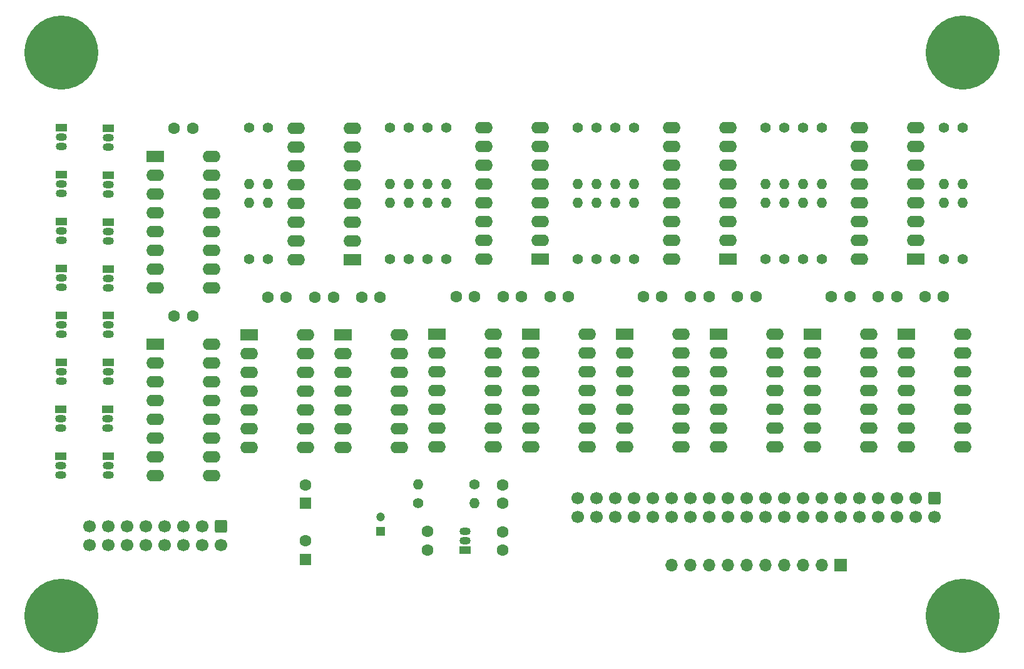
<source format=gbr>
%TF.GenerationSoftware,KiCad,Pcbnew,(6.0.6)*%
%TF.CreationDate,2022-07-31T05:49:08-04:00*%
%TF.ProjectId,calculator_interface,63616c63-756c-4617-946f-725f696e7465,rev?*%
%TF.SameCoordinates,Original*%
%TF.FileFunction,Soldermask,Top*%
%TF.FilePolarity,Negative*%
%FSLAX46Y46*%
G04 Gerber Fmt 4.6, Leading zero omitted, Abs format (unit mm)*
G04 Created by KiCad (PCBNEW (6.0.6)) date 2022-07-31 05:49:08*
%MOMM*%
%LPD*%
G01*
G04 APERTURE LIST*
G04 Aperture macros list*
%AMRoundRect*
0 Rectangle with rounded corners*
0 $1 Rounding radius*
0 $2 $3 $4 $5 $6 $7 $8 $9 X,Y pos of 4 corners*
0 Add a 4 corners polygon primitive as box body*
4,1,4,$2,$3,$4,$5,$6,$7,$8,$9,$2,$3,0*
0 Add four circle primitives for the rounded corners*
1,1,$1+$1,$2,$3*
1,1,$1+$1,$4,$5*
1,1,$1+$1,$6,$7*
1,1,$1+$1,$8,$9*
0 Add four rect primitives between the rounded corners*
20,1,$1+$1,$2,$3,$4,$5,0*
20,1,$1+$1,$4,$5,$6,$7,0*
20,1,$1+$1,$6,$7,$8,$9,0*
20,1,$1+$1,$8,$9,$2,$3,0*%
G04 Aperture macros list end*
%ADD10C,1.400000*%
%ADD11O,1.400000X1.400000*%
%ADD12R,1.600000X1.600000*%
%ADD13C,1.600000*%
%ADD14C,0.900000*%
%ADD15C,10.000000*%
%ADD16R,1.500000X1.050000*%
%ADD17O,1.500000X1.050000*%
%ADD18R,2.400000X1.600000*%
%ADD19O,2.400000X1.600000*%
%ADD20R,1.200000X1.200000*%
%ADD21C,1.200000*%
%ADD22R,1.700000X1.700000*%
%ADD23O,1.700000X1.700000*%
%ADD24RoundRect,0.250000X-0.600000X0.600000X-0.600000X-0.600000X0.600000X-0.600000X0.600000X0.600000X0*%
%ADD25C,1.700000*%
G04 APERTURE END LIST*
D10*
%TO.C,R13*%
X105410000Y-60960000D03*
D11*
X105410000Y-53340000D03*
%TD*%
D12*
%TO.C,C5*%
X66040000Y-93980000D03*
D13*
X66040000Y-91480000D03*
%TD*%
%TO.C,C2*%
X92710000Y-100330000D03*
X92710000Y-97830000D03*
%TD*%
D14*
%TO.C,J4*%
X157591650Y-30368350D03*
X152288350Y-30368350D03*
X151190000Y-33020000D03*
X152288350Y-35671650D03*
X157591650Y-35671650D03*
D15*
X154940000Y-33020000D03*
D14*
X154940000Y-29270000D03*
X154940000Y-36770000D03*
X158690000Y-33020000D03*
%TD*%
D10*
%TO.C,R11*%
X85090000Y-60960000D03*
D11*
X85090000Y-53340000D03*
%TD*%
D16*
%TO.C,Q8*%
X39370000Y-62245000D03*
D17*
X39370000Y-63515000D03*
X39370000Y-64785000D03*
%TD*%
D13*
%TO.C,C20*%
X50800000Y-68595000D03*
X48300000Y-68595000D03*
%TD*%
D18*
%TO.C,U9*%
X109205000Y-71115000D03*
D19*
X109205000Y-73655000D03*
X109205000Y-76195000D03*
X109205000Y-78735000D03*
X109205000Y-81275000D03*
X109205000Y-83815000D03*
X109205000Y-86355000D03*
X116825000Y-86355000D03*
X116825000Y-83815000D03*
X116825000Y-81275000D03*
X116825000Y-78735000D03*
X116825000Y-76195000D03*
X116825000Y-73655000D03*
X116825000Y-71115000D03*
%TD*%
D10*
%TO.C,R33*%
X81280000Y-93980000D03*
D11*
X88900000Y-93980000D03*
%TD*%
D10*
%TO.C,R9*%
X82550000Y-43180000D03*
D11*
X82550000Y-50800000D03*
%TD*%
D20*
%TO.C,C4*%
X76200000Y-97790000D03*
D21*
X76200000Y-95790000D03*
%TD*%
D13*
%TO.C,C3*%
X82550000Y-97790000D03*
X82550000Y-100290000D03*
%TD*%
D10*
%TO.C,R27*%
X135890000Y-60960000D03*
D11*
X135890000Y-53340000D03*
%TD*%
D10*
%TO.C,R23*%
X128270000Y-43180000D03*
D11*
X128270000Y-50800000D03*
%TD*%
D18*
%TO.C,U8*%
X123190000Y-60960000D03*
D19*
X123190000Y-58420000D03*
X123190000Y-55880000D03*
X123190000Y-53340000D03*
X123190000Y-50800000D03*
X123190000Y-48260000D03*
X123190000Y-45720000D03*
X123190000Y-43180000D03*
X115570000Y-43180000D03*
X115570000Y-45720000D03*
X115570000Y-48260000D03*
X115570000Y-50800000D03*
X115570000Y-53340000D03*
X115570000Y-55880000D03*
X115570000Y-58420000D03*
X115570000Y-60960000D03*
%TD*%
D14*
%TO.C,J6*%
X154940000Y-112970000D03*
D15*
X154940000Y-109220000D03*
D14*
X152288350Y-106568350D03*
X157591650Y-106568350D03*
X152288350Y-111871650D03*
X151190000Y-109220000D03*
X157591650Y-111871650D03*
X154940000Y-105470000D03*
X158690000Y-109220000D03*
%TD*%
D13*
%TO.C,C16*%
X137185000Y-66035000D03*
X139685000Y-66035000D03*
%TD*%
D10*
%TO.C,R34*%
X88860000Y-91440000D03*
D11*
X81240000Y-91440000D03*
%TD*%
D16*
%TO.C,Q4*%
X39370000Y-49545000D03*
D17*
X39370000Y-50815000D03*
X39370000Y-52085000D03*
%TD*%
D18*
%TO.C,U13*%
X147305000Y-71110000D03*
D19*
X147305000Y-73650000D03*
X147305000Y-76190000D03*
X147305000Y-78730000D03*
X147305000Y-81270000D03*
X147305000Y-83810000D03*
X147305000Y-86350000D03*
X154925000Y-86350000D03*
X154925000Y-83810000D03*
X154925000Y-81270000D03*
X154925000Y-78730000D03*
X154925000Y-76190000D03*
X154925000Y-73650000D03*
X154925000Y-71110000D03*
%TD*%
D10*
%TO.C,R32*%
X154940000Y-43180000D03*
D11*
X154940000Y-50800000D03*
%TD*%
D10*
%TO.C,R8*%
X80010000Y-43180000D03*
D11*
X80010000Y-50800000D03*
%TD*%
D13*
%TO.C,C7*%
X95280000Y-66025000D03*
X92780000Y-66025000D03*
%TD*%
D16*
%TO.C,Q2*%
X39370000Y-43195000D03*
D17*
X39370000Y-44465000D03*
X39370000Y-45735000D03*
%TD*%
D18*
%TO.C,U7*%
X96535000Y-71100000D03*
D19*
X96535000Y-73640000D03*
X96535000Y-76180000D03*
X96535000Y-78720000D03*
X96535000Y-81260000D03*
X96535000Y-83800000D03*
X96535000Y-86340000D03*
X104155000Y-86340000D03*
X104155000Y-83800000D03*
X104155000Y-81260000D03*
X104155000Y-78720000D03*
X104155000Y-76180000D03*
X104155000Y-73640000D03*
X104155000Y-71100000D03*
%TD*%
D10*
%TO.C,R15*%
X102870000Y-43180000D03*
D11*
X102870000Y-50800000D03*
%TD*%
D10*
%TO.C,R16*%
X105410000Y-43180000D03*
D11*
X105410000Y-50800000D03*
%TD*%
D10*
%TO.C,R18*%
X110490000Y-43180000D03*
D11*
X110490000Y-50800000D03*
%TD*%
D16*
%TO.C,Q16*%
X39340000Y-87630000D03*
D17*
X39340000Y-88900000D03*
X39340000Y-90170000D03*
%TD*%
D16*
%TO.C,Q5*%
X33020000Y-55880000D03*
D17*
X33020000Y-57150000D03*
X33020000Y-58420000D03*
%TD*%
D10*
%TO.C,R30*%
X152400000Y-60960000D03*
D11*
X152400000Y-53340000D03*
%TD*%
D13*
%TO.C,C14*%
X111745000Y-66040000D03*
X114245000Y-66040000D03*
%TD*%
D14*
%TO.C,J3*%
X36770000Y-33020000D03*
X30368350Y-30368350D03*
X35671650Y-30368350D03*
D15*
X33020000Y-33020000D03*
D14*
X29270000Y-33020000D03*
X33020000Y-29270000D03*
X30368350Y-35671650D03*
X35671650Y-35671650D03*
X33020000Y-36770000D03*
%TD*%
D10*
%TO.C,R26*%
X135890000Y-43180000D03*
D11*
X135890000Y-50800000D03*
%TD*%
D18*
%TO.C,U2*%
X72375000Y-60975000D03*
D19*
X72375000Y-58435000D03*
X72375000Y-55895000D03*
X72375000Y-53355000D03*
X72375000Y-50815000D03*
X72375000Y-48275000D03*
X72375000Y-45735000D03*
X72375000Y-43195000D03*
X64755000Y-43195000D03*
X64755000Y-45735000D03*
X64755000Y-48275000D03*
X64755000Y-50815000D03*
X64755000Y-53355000D03*
X64755000Y-55895000D03*
X64755000Y-58435000D03*
X64755000Y-60975000D03*
%TD*%
D10*
%TO.C,R25*%
X133350000Y-43180000D03*
D11*
X133350000Y-50800000D03*
%TD*%
D10*
%TO.C,R19*%
X110490000Y-60960000D03*
D11*
X110490000Y-53340000D03*
%TD*%
D10*
%TO.C,R20*%
X107950000Y-60960000D03*
D11*
X107950000Y-53340000D03*
%TD*%
D16*
%TO.C,Q1*%
X33020000Y-43180000D03*
D17*
X33020000Y-44450000D03*
X33020000Y-45720000D03*
%TD*%
D16*
%TO.C,Q11*%
X32990000Y-74930000D03*
D17*
X32990000Y-76200000D03*
X32990000Y-77470000D03*
%TD*%
D10*
%TO.C,R2*%
X60960000Y-43180000D03*
D11*
X60960000Y-50800000D03*
%TD*%
D10*
%TO.C,R6*%
X77470000Y-60960000D03*
D11*
X77470000Y-53340000D03*
%TD*%
D16*
%TO.C,Q14*%
X39325000Y-81280000D03*
D17*
X39325000Y-82550000D03*
X39325000Y-83820000D03*
%TD*%
D10*
%TO.C,R21*%
X130810000Y-60960000D03*
D11*
X130810000Y-53340000D03*
%TD*%
D13*
%TO.C,C11*%
X73645000Y-66055000D03*
X76145000Y-66055000D03*
%TD*%
D22*
%TO.C,J7*%
X138425000Y-102320000D03*
D23*
X135885000Y-102320000D03*
X133345000Y-102320000D03*
X130805000Y-102320000D03*
X128265000Y-102320000D03*
X125725000Y-102320000D03*
X123185000Y-102320000D03*
X120645000Y-102320000D03*
X118105000Y-102320000D03*
X115565000Y-102320000D03*
%TD*%
D16*
%TO.C,Q9*%
X32990000Y-68580000D03*
D17*
X32990000Y-69850000D03*
X32990000Y-71120000D03*
%TD*%
D18*
%TO.C,U4*%
X71090000Y-71130000D03*
D19*
X71090000Y-73670000D03*
X71090000Y-76210000D03*
X71090000Y-78750000D03*
X71090000Y-81290000D03*
X71090000Y-83830000D03*
X71090000Y-86370000D03*
X78710000Y-86370000D03*
X78710000Y-83830000D03*
X78710000Y-81290000D03*
X78710000Y-78750000D03*
X78710000Y-76210000D03*
X78710000Y-73670000D03*
X78710000Y-71130000D03*
%TD*%
D13*
%TO.C,C13*%
X99130000Y-66025000D03*
X101630000Y-66025000D03*
%TD*%
D16*
%TO.C,Q10*%
X39340000Y-68580000D03*
D17*
X39340000Y-69850000D03*
X39340000Y-71120000D03*
%TD*%
D10*
%TO.C,R22*%
X128270000Y-60960000D03*
D11*
X128270000Y-53340000D03*
%TD*%
D16*
%TO.C,U1*%
X87630000Y-100330000D03*
D17*
X87630000Y-99060000D03*
X87630000Y-97790000D03*
%TD*%
D10*
%TO.C,R29*%
X154940000Y-60960000D03*
D11*
X154940000Y-53340000D03*
%TD*%
D16*
%TO.C,Q7*%
X33020000Y-62230000D03*
D17*
X33020000Y-63500000D03*
X33020000Y-64770000D03*
%TD*%
D18*
%TO.C,U3*%
X58390000Y-71130000D03*
D19*
X58390000Y-73670000D03*
X58390000Y-76210000D03*
X58390000Y-78750000D03*
X58390000Y-81290000D03*
X58390000Y-83830000D03*
X58390000Y-86370000D03*
X66010000Y-86370000D03*
X66010000Y-83830000D03*
X66010000Y-81290000D03*
X66010000Y-78750000D03*
X66010000Y-76210000D03*
X66010000Y-73670000D03*
X66010000Y-71130000D03*
%TD*%
D13*
%TO.C,C19*%
X48260000Y-43195000D03*
X50760000Y-43195000D03*
%TD*%
D18*
%TO.C,U15*%
X45705000Y-72450000D03*
D19*
X45705000Y-74990000D03*
X45705000Y-77530000D03*
X45705000Y-80070000D03*
X45705000Y-82610000D03*
X45705000Y-85150000D03*
X45705000Y-87690000D03*
X45705000Y-90230000D03*
X53325000Y-90230000D03*
X53325000Y-87690000D03*
X53325000Y-85150000D03*
X53325000Y-82610000D03*
X53325000Y-80070000D03*
X53325000Y-77530000D03*
X53325000Y-74990000D03*
X53325000Y-72450000D03*
%TD*%
D10*
%TO.C,R12*%
X82550000Y-60960000D03*
D11*
X82550000Y-53340000D03*
%TD*%
D13*
%TO.C,C18*%
X149845000Y-66035000D03*
X152345000Y-66035000D03*
%TD*%
D10*
%TO.C,R3*%
X60960000Y-60960000D03*
D11*
X60960000Y-53340000D03*
%TD*%
D13*
%TO.C,C10*%
X60945000Y-66055000D03*
X63445000Y-66055000D03*
%TD*%
D12*
%TO.C,C1*%
X66040000Y-101560000D03*
D13*
X66040000Y-99060000D03*
%TD*%
D18*
%TO.C,U10*%
X121920000Y-71120000D03*
D19*
X121920000Y-73660000D03*
X121920000Y-76200000D03*
X121920000Y-78740000D03*
X121920000Y-81280000D03*
X121920000Y-83820000D03*
X121920000Y-86360000D03*
X129540000Y-86360000D03*
X129540000Y-83820000D03*
X129540000Y-81280000D03*
X129540000Y-78740000D03*
X129540000Y-76200000D03*
X129540000Y-73660000D03*
X129540000Y-71120000D03*
%TD*%
D16*
%TO.C,Q6*%
X39370000Y-55895000D03*
D17*
X39370000Y-57165000D03*
X39370000Y-58435000D03*
%TD*%
D18*
%TO.C,U14*%
X45690000Y-47020000D03*
D19*
X45690000Y-49560000D03*
X45690000Y-52100000D03*
X45690000Y-54640000D03*
X45690000Y-57180000D03*
X45690000Y-59720000D03*
X45690000Y-62260000D03*
X45690000Y-64800000D03*
X53310000Y-64800000D03*
X53310000Y-62260000D03*
X53310000Y-59720000D03*
X53310000Y-57180000D03*
X53310000Y-54640000D03*
X53310000Y-52100000D03*
X53310000Y-49560000D03*
X53310000Y-47020000D03*
%TD*%
D16*
%TO.C,Q13*%
X32975000Y-81280000D03*
D17*
X32975000Y-82550000D03*
X32975000Y-83820000D03*
%TD*%
D18*
%TO.C,U12*%
X134605000Y-71115000D03*
D19*
X134605000Y-73655000D03*
X134605000Y-76195000D03*
X134605000Y-78735000D03*
X134605000Y-81275000D03*
X134605000Y-83815000D03*
X134605000Y-86355000D03*
X142225000Y-86355000D03*
X142225000Y-83815000D03*
X142225000Y-81275000D03*
X142225000Y-78735000D03*
X142225000Y-76195000D03*
X142225000Y-73655000D03*
X142225000Y-71115000D03*
%TD*%
D16*
%TO.C,Q12*%
X39340000Y-74930000D03*
D17*
X39340000Y-76200000D03*
X39340000Y-77470000D03*
%TD*%
D10*
%TO.C,R5*%
X80010000Y-60960000D03*
D11*
X80010000Y-53340000D03*
%TD*%
D10*
%TO.C,R4*%
X58420000Y-60960000D03*
D11*
X58420000Y-53340000D03*
%TD*%
D16*
%TO.C,Q15*%
X32975000Y-87630000D03*
D17*
X32975000Y-88900000D03*
X32975000Y-90170000D03*
%TD*%
D10*
%TO.C,R14*%
X102870000Y-60960000D03*
D11*
X102870000Y-53340000D03*
%TD*%
D18*
%TO.C,U5*%
X97820000Y-60945000D03*
D19*
X97820000Y-58405000D03*
X97820000Y-55865000D03*
X97820000Y-53325000D03*
X97820000Y-50785000D03*
X97820000Y-48245000D03*
X97820000Y-45705000D03*
X97820000Y-43165000D03*
X90200000Y-43165000D03*
X90200000Y-45705000D03*
X90200000Y-48245000D03*
X90200000Y-50785000D03*
X90200000Y-53325000D03*
X90200000Y-55865000D03*
X90200000Y-58405000D03*
X90200000Y-60945000D03*
%TD*%
D10*
%TO.C,R24*%
X130810000Y-43180000D03*
D11*
X130810000Y-50800000D03*
%TD*%
D24*
%TO.C,J1*%
X54610000Y-97037500D03*
D25*
X54610000Y-99577500D03*
X52070000Y-97037500D03*
X52070000Y-99577500D03*
X49530000Y-97037500D03*
X49530000Y-99577500D03*
X46990000Y-97037500D03*
X46990000Y-99577500D03*
X44450000Y-97037500D03*
X44450000Y-99577500D03*
X41910000Y-97037500D03*
X41910000Y-99577500D03*
X39370000Y-97037500D03*
X39370000Y-99577500D03*
X36830000Y-97037500D03*
X36830000Y-99577500D03*
%TD*%
D14*
%TO.C,J5*%
X33020000Y-112970000D03*
D15*
X33020000Y-109220000D03*
D14*
X30368350Y-106568350D03*
X33020000Y-105470000D03*
X36770000Y-109220000D03*
X29270000Y-109220000D03*
X30368350Y-111871650D03*
X35671650Y-111871650D03*
X35671650Y-106568350D03*
%TD*%
D18*
%TO.C,U11*%
X148590000Y-60925000D03*
D19*
X148590000Y-58385000D03*
X148590000Y-55845000D03*
X148590000Y-53305000D03*
X148590000Y-50765000D03*
X148590000Y-48225000D03*
X148590000Y-45685000D03*
X148590000Y-43145000D03*
X140970000Y-43145000D03*
X140970000Y-45685000D03*
X140970000Y-48225000D03*
X140970000Y-50765000D03*
X140970000Y-53305000D03*
X140970000Y-55845000D03*
X140970000Y-58385000D03*
X140970000Y-60925000D03*
%TD*%
D10*
%TO.C,R31*%
X152400000Y-43180000D03*
D11*
X152400000Y-50800000D03*
%TD*%
D16*
%TO.C,Q3*%
X33020000Y-49530000D03*
D17*
X33020000Y-50800000D03*
X33020000Y-52070000D03*
%TD*%
D13*
%TO.C,C17*%
X92670000Y-91480000D03*
X92670000Y-93980000D03*
%TD*%
D10*
%TO.C,R28*%
X133350000Y-60960000D03*
D11*
X133350000Y-53340000D03*
%TD*%
D13*
%TO.C,C15*%
X124500000Y-66040000D03*
X127000000Y-66040000D03*
%TD*%
D10*
%TO.C,R10*%
X85090000Y-43180000D03*
D11*
X85090000Y-50800000D03*
%TD*%
D10*
%TO.C,R7*%
X77470000Y-43180000D03*
D11*
X77470000Y-50800000D03*
%TD*%
D10*
%TO.C,R1*%
X58420000Y-43180000D03*
D11*
X58420000Y-50800000D03*
%TD*%
D13*
%TO.C,C8*%
X120650000Y-66040000D03*
X118150000Y-66040000D03*
%TD*%
D24*
%TO.C,J2*%
X151130000Y-93242500D03*
D25*
X151130000Y-95782500D03*
X148590000Y-93242500D03*
X148590000Y-95782500D03*
X146050000Y-93242500D03*
X146050000Y-95782500D03*
X143510000Y-93242500D03*
X143510000Y-95782500D03*
X140970000Y-93242500D03*
X140970000Y-95782500D03*
X138430000Y-93242500D03*
X138430000Y-95782500D03*
X135890000Y-93242500D03*
X135890000Y-95782500D03*
X133350000Y-93242500D03*
X133350000Y-95782500D03*
X130810000Y-93242500D03*
X130810000Y-95782500D03*
X128270000Y-93242500D03*
X128270000Y-95782500D03*
X125730000Y-93242500D03*
X125730000Y-95782500D03*
X123190000Y-93242500D03*
X123190000Y-95782500D03*
X120650000Y-93242500D03*
X120650000Y-95782500D03*
X118110000Y-93242500D03*
X118110000Y-95782500D03*
X115570000Y-93242500D03*
X115570000Y-95782500D03*
X113030000Y-93242500D03*
X113030000Y-95782500D03*
X110490000Y-93242500D03*
X110490000Y-95782500D03*
X107950000Y-93242500D03*
X107950000Y-95782500D03*
X105410000Y-93242500D03*
X105410000Y-95782500D03*
X102870000Y-93242500D03*
X102870000Y-95782500D03*
%TD*%
D13*
%TO.C,C12*%
X86430000Y-66025000D03*
X88930000Y-66025000D03*
%TD*%
%TO.C,C9*%
X146050000Y-66005000D03*
X143550000Y-66005000D03*
%TD*%
D18*
%TO.C,U6*%
X83835000Y-71100000D03*
D19*
X83835000Y-73640000D03*
X83835000Y-76180000D03*
X83835000Y-78720000D03*
X83835000Y-81260000D03*
X83835000Y-83800000D03*
X83835000Y-86340000D03*
X91455000Y-86340000D03*
X91455000Y-83800000D03*
X91455000Y-81260000D03*
X91455000Y-78720000D03*
X91455000Y-76180000D03*
X91455000Y-73640000D03*
X91455000Y-71100000D03*
%TD*%
D13*
%TO.C,C6*%
X69835000Y-66055000D03*
X67335000Y-66055000D03*
%TD*%
D10*
%TO.C,R17*%
X107950000Y-43180000D03*
D11*
X107950000Y-50800000D03*
%TD*%
M02*

</source>
